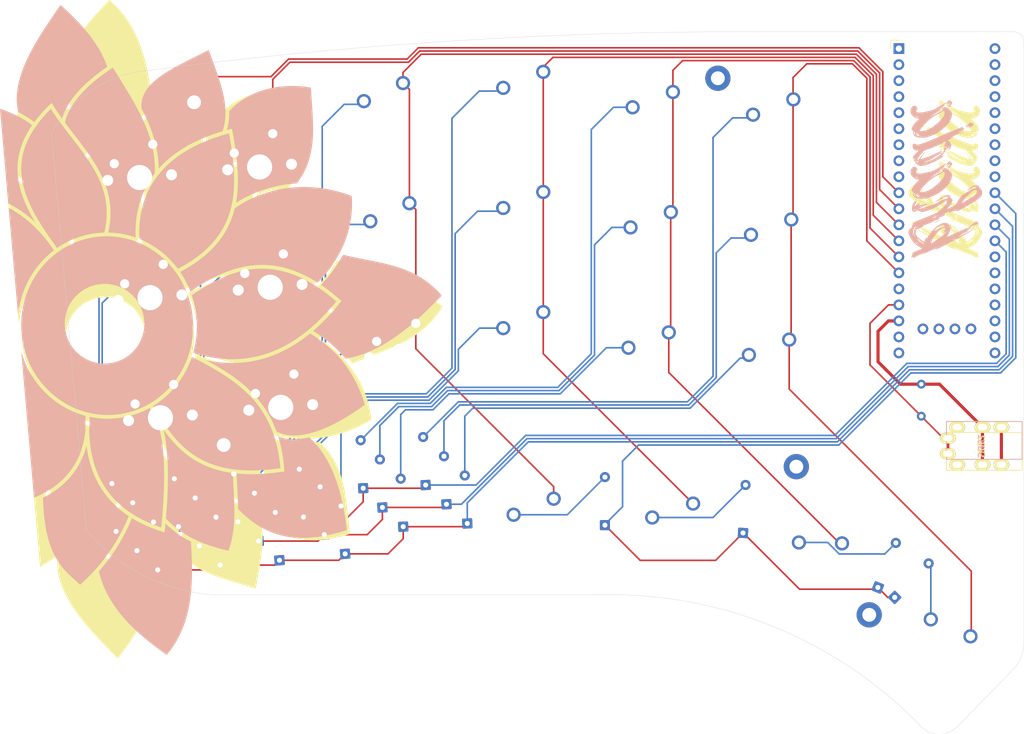
<source format=kicad_pcb>
(kicad_pcb (version 20211014) (generator pcbnew)
  (layers (0 "F.Cu" signal) (31 "B.Cu" signal) (34 "B.Paste" user) (35 "F.Paste" user) (36 "B.SilkS" user "B.Silkscreen") (37 "F.SilkS" user "F.Silkscreen") (38 "B.Mask" user) (39 "F.Mask" user) (44 "Edge.Cuts" user))
  (net 0 "")
  (net 1 "row0")
  (net 2 "Net-(D1-Pad2)")
  (net 3 "row1")
  (net 4 "Net-(D2-Pad2)")
  (net 5 "row2")
  (net 6 "Net-(D3-Pad2)")
  (net 7 "row3")
  (net 8 "Net-(D4-Pad2)")
  (net 9 "Net-(D5-Pad2)")
  (net 10 "Net-(D6-Pad2)")
  (net 11 "Net-(D7-Pad2)")
  (net 12 "Net-(D8-Pad2)")
  (net 13 "Net-(D9-Pad2)")
  (net 14 "Net-(D10-Pad2)")
  (net 15 "Net-(D11-Pad2)")
  (net 16 "Net-(D12-Pad2)")
  (net 17 "Net-(D13-Pad2)")
  (net 18 "Net-(D14-Pad2)")
  (net 19 "Net-(D15-Pad2)")
  (net 20 "Net-(D16-Pad2)")
  (net 21 "Net-(D17-Pad2)")
  (net 22 "Net-(D18-Pad2)")
  (net 23 "Net-(D19-Pad2)")
  (net 24 "Net-(D20-Pad2)")
  (net 25 "Net-(D21-Pad2)")
  (net 26 "Net-(D22-Pad2)")
  (net 27 "col0")
  (net 28 "col1")
  (net 29 "col2")
  (net 30 "col3")
  (net 31 "col4")
  (net 32 "col5")
  (net 33 "GND")
  (net 34 "unconnected-(J1-PadB)")
  (net 36 "DATA")
  (net 37 "+5V")
  (footprint "mx_only:MXOnly-1U-NoLED" (layer "F.Cu") (at 87.1474 108.585 5)
    (fp_text reference "SW6")
    (fp_text value "SW_Push")
  )
  (footprint "mx_only:MXOnly-1U-NoLED" (layer "F.Cu") (at 104.267712 62.357 3)
    (fp_text reference "SW7")
    (fp_text value "SW_Push")
  )
  (footprint "acheron_Components:D_THT_7.62mm_copy" (layer "F.Cu") (at 90.424 122.174 95)
    (fp_text reference "D11")
    (fp_text value "D_Small")
  )
  (footprint "acheron_Components:D_THT_7.62mm_copy" (layer "F.Cu") (at 70.612 123.698 95)
    (fp_text reference "D4")
    (fp_text value "D_Small")
  )
  (footprint "acheron_Components:D_THT_7.62mm_copy" (layer "F.Cu") (at 97.028 128.016 95)
    (fp_text reference "D13")
    (fp_text value "D_Small")
  )
  (footprint "acheron_Components:D_THT_7.62mm_copy" (layer "F.Cu") (at 77.216 129.794 95)
    (fp_text reference "D6")
    (fp_text value "D_Small")
  )
  (footprint "used_footprints:M2_HOLE_PCB" (layer "F.Cu") (at 78.105 114.554)
    (fp_text reference "H3" hide)
    (fp_text value "Hole")
  )
  (footprint "MX_Only:MXOnly-1U-NoLED" (layer "F.Cu") (at 64.77 72.136 5)
    (fp_text reference "SW1")
    (fp_text value "SW_Push")
  )
  (footprint "used_footprints:M2_HOLE_PCB" (layer "F.Cu") (at 180.467 141.478)
    (fp_text reference "H5" hide)
    (fp_text value "Hole")
  )
  (footprint "used_footprints:M2_HOLE_PCB" (layer "F.Cu") (at 156.464 56.388)
    (fp_text reference "H2" hide)
    (fp_text value "Hole")
  )
  (footprint "gerbers:lotusFinal" (layer "F.Cu") (at 76.454 94.869 5)
    (fp_text reference "G***")
    (fp_text value "LOGO" hide)
  )
  (footprint "acheron_Components:D_THT_7.62mm_copy" (layer "F.Cu") (at 80.01 122.936 95)
    (fp_text reference "D7")
    (fp_text value "D_Small")
  )
  (footprint "acheron_Components:D_THT_7.62mm_copy" (layer "F.Cu") (at 183.261 133.604 68)
    (fp_text reference "D18")
    (fp_text value "D_Small")
  )
  (footprint "MX_Only:MXOnly-1U-NoLED" (layer "F.Cu") (at 126.238 98.552)
    (fp_text reference "SW13")
    (fp_text value "SW_Push")
  )
  (footprint "acheron_Components:D_THT_7.62mm_copy" (layer "F.Cu") (at 109.9274 117.088779 93)
    (fp_text reference "D19")
    (fp_text value "D_Small")
  )
  (footprint "acheron_Components:D_THT_7.62mm_copy" (layer "F.Cu") (at 93.726 124.968 95)
    (fp_text reference "D12")
    (fp_text value "D_Small")
  )
  (footprint "MX_Only:MXOnly-1U-NoLED" (layer "F.Cu") (at 171.831 133.830923 -23)
    (fp_text reference "SW18")
    (fp_text value "SW_Push")
  )
  (footprint "gerbers:khada" (layer "F.Cu") (at 192.532 72.39 90)
    (fp_text reference "G***" hide)
    (fp_text value "LOGO" hide)
  )
  (footprint "acheron_Components:D_THT_7.62mm_copy" (layer "F.Cu") (at 116.5314 123.184779 93)
    (fp_text reference "D21")
    (fp_text value "D_Small")
  )
  (footprint "mx_only:MXOnly-1U-NoLED" (layer "F.Cu") (at 105.283712 81.407 3)
    (fp_text reference "SW8")
    (fp_text value "SW_Push")
  )
  (footprint "acheron_Components:D_THT_7.62mm_copy" (layer "F.Cu") (at 138.557 123.444 90)
    (fp_text reference "D10")
    (fp_text value "D_Small")
  )
  (footprint "MX_Only:MXOnly-1U-NoLED" (layer "F.Cu") (at 146.05 101.727 -1)
    (fp_text reference "SW17")
    (fp_text value "SW_Push")
  )
  (footprint "MX_Only:MXOnly-1U-NoLED" (layer "F.Cu") (at 85.471 89.535 5)
    (fp_text reference "SW5")
    (fp_text value "SW_Push")
  )
  (footprint "MX_Only:MXOnly-1U-NoLED" (layer "F.Cu") (at 149.733 128.778 -3)
    (fp_text reference "SW14")
    (fp_text value "SW_Push")
  )
  (footprint "MX_Only:MXOnly-1U-NoLED" (layer "F.Cu") (at 165.1508 102.87 -1)
    (fp_text reference "SW21")
    (fp_text value "SW_Push")
  )
  (footprint "acheron_Components:D_THT_7.62mm_copy" (layer "F.Cu") (at 64.008 127.508 95)
    (fp_text reference "D2")
    (fp_text value "D_Small")
  )
  (footprint "mx_only:MXOnly-1U-NoLED" (layer "F.Cu") (at 126.238 60.452)
    (fp_text reference "SW11")
    (fp_text value "SW_Push")
  )
  (footprint "Resistor_THT:R_Axial_DIN0204_L3.6mm_D1.6mm_P5.08mm_Horizontal" (layer "F.Cu") (at 188.722 109.982 90)
    (fp_text reference "R1" hide)
    (fp_text value "10k")
  )
  (footprint "MX_Only:MXOnly-1U-NoLED" (layer "F.Cu") (at 126.238 79.502)
    (fp_text reference "SW12")
    (fp_text value "SW_Push")
  )
  (footprint "MX_Only:MXOnly-1U-NoLED" (layer "F.Cu") (at 165.8112 64.77 -1)
    (fp_text reference "SW19")
    (fp_text value "SW_Push")
  )
  (footprint "acheron_Components:D_THT_7.62mm_copy" (layer "F.Cu") (at 83.312 125.984 95)
    (fp_text reference "D8")
    (fp_text value "D_Small")
  )
  (footprint "mx_only:MXOnly-1U-NoLED" (layer "F.Cu") (at 106.299712 100.457 3)
    (fp_text reference "SW9")
    (fp_text value "SW_Push")
  )
  (footprint "acheron_Components:D_THT_7.62mm_copy" (layer "F.Cu") (at 160.655 124.686923 87)
    (fp_text reference "D14")
    (fp_text value "D_Small")
  )
  (footprint "acheron_Components:D_THT_7.62mm_copy" (layer "F.Cu") (at 73.914 126.746 95)
    (fp_text reference "D5")
    (fp_text value "D_Small")
  )
  (footprint "acheron_Components:D_THT_7.62mm_copy" (layer "F.Cu") (at 60.706 124.46 95)
    (fp_text reference "D1")
    (fp_text value "D_Small")
  )
  (footprint "MX_Only:MXOnly-1U-NoLED" (layer "F.Cu") (at 66.421 91.186 5)
    (fp_text reference "SW2")
    (fp_text value "SW_Push")
  )
  (footprint "acheron_Components:D_THT_7.62mm_copy" (layer "F.Cu") (at 103.0694 120.644779 93)
    (fp_text reference "D16")
    (fp_text value "D_Small")
  )
  (footprint "used_footprints:M2_HOLE_PCB" (layer "F.Cu") (at 168.91 117.983)
    (fp_text reference "H4" hide)
    (fp_text value "Hole")
  )
  (footprint "acheron_Components:D_THT_7.62mm_copy" (layer "F.Cu") (at 67.31 130.556 95)
    (fp_text reference "D3")
    (fp_text value "D_Small")
  )
  (footprint "acheron_Components:D_THT_7.62mm_copy" (layer "F.Cu") (at 100.0214 117.596779 93)
    (fp_text reference "D15")
    (fp_text value "D_Small")
  )
  (footprint "blackpills:YAAJ_WeAct_BlackPill_SWD_2" (layer "F.Cu") (at 185.166 51.689)
    (fp_text reference "U1" hide)
    (fp_text value "YAAJ_WeAct_BlackPill_Part_Like_SWD_Breakout" hide)
  )
  (footprint "MX_Only:MXOnly-1U-NoLED" (layer "F.Cu") (at 127.889 128.143)
    (fp_text reference "SW10")
    (fp_text value "SW_Push")
  )
  (footprint "MX_Only:MXOnly-1U-NoLED" (layer "F.Cu") (at 191.135 146.685 -45)
    (fp_text reference "SW22")
    (fp_text value "SW_Push")
  )
  (footprint "MX_Only:MXOnly-1U-NoLED" (layer "F.Cu") (at 146.3802 82.6516 -1)
    (fp_text reference "SW16")
    (fp_text value "SW_Push")
  )
  (footprint "acheron_Components:D_THT_7.62mm_copy" (layer "F.Cu") (at 86.614 129.032 95)
    (fp_text reference "D9")
    (fp_text value "D_Small")
  )
  (footprint "used_footprints:M2_HOLE_PCB" (layer "F.Cu") (at 73.406 60.198)
    (fp_text reference "H1" hide)
    (fp_text value "Hole")
  )
  (footprint "MX_Only:MXOnly-1U-NoLED" (layer "F.Cu") (at 165.481 83.82 -1)
    (fp_text reference "SW20")
    (fp_text value "SW_Push")
  )
  (footprint "MX_Only:MXOnly-1U-NoLED" (layer "F.Cu") (at 146.7104 63.6016 -1)
    (fp_text reference "SW15")
    (fp_text value "SW_Push")
  )
  (footprint "acheron_Components:D_THT_7.62mm_copy" (layer "F.Cu") (at 187.198 136.017 45)
    (fp_text reference "D22")
    (fp_text value "D_Small")
  )
  (footprint "MX_Only:MXOnly-1U-NoLED" (layer "F.Cu") (at 83.7946 70.4596 5)
    (fp_text reference "SW4")
    (fp_text value "SW_Push")
  )
  (footprint "acheron_Components:D_THT_7.62mm_copy" (layer "F.Cu") (at 113.2294 120.136779 93)
    (fp_text reference "D20")
    (fp_text value "D_Small")
  )
  (footprint "MX_Only:MXOnly-1U-NoLED" (layer "F.Cu") (at 68.072 110.236 5)
    (fp_text reference "SW3")
    (fp_text value "SW_Push")
  )
  (footprint "kbd:MJ-4PP-9" (layer "F.Cu") (at 204.724 115.57 -90)
    (fp_text reference "J1")
    (fp_text value "MJ-4PP-9" hide)
  )
  (footprint "acheron_Components:D_THT_7.62mm_copy" (layer "F.Cu") (at 106.3714 123.692779 93)
    (fp_text reference "D17")
    (fp_text value "D_Small")
  )
  (footprint "gerbers:lotusFinal" (layer "B.Cu") (at 76.454 94.869 5)
    (fp_text reference "G***" hide)
    (fp_text value "LOGO" hide)
  )
  (footprint "gerbers:khada" (layer "B.Cu") (at 192.532 72.39 90)
    (fp_text reference "G***" hide)
    (fp_text value "LOGO" hide)
  )
  (gr_line (start 205 50.670148) (end 205 145.796) (layer "Edge.Cuts") (width 0.05))
  (gr_line (start 203.327 150.114) (end 194.306588 159.328408) (layer "Edge.Cuts") (width 0.05))
  (gr_arc (start 205 145.796) (mid 204.573635 148.113906) (end 203.327 150.114) (layer "Edge.Cuts") (width 0.05))
  (gr_line (start 137.668 138.303) (end 76.658211 138.303) (layer "Edge.Cuts") (width 0.05))
  (gr_arc (start 50.8 65.024) (mid 56.552913 58.655901) (end 64.482867 55.374967) (layer "Edge.Cuts") (width 0.05))
  (gr_arc (start 137.668 138.303) (mid 165.186051 143.302834) (end 188.413261 158.88289) (layer "Edge.Cuts") (width 0.05))
  (gr_line (start 56.338211 128.016) (end 50.8 65.024) (layer "Edge.Cuts") (width 0.05))
  (gr_arc (start 64.482867 55.374967) (mid 114.27152 50.483686) (end 164.2785 49.022) (layer "Edge.Cuts") (width 0.05))
  (gr_arc (start 76.658211 138.303) (mid 65.443605 135.242672) (end 56.338211 128.016) (layer "Edge.Cuts") (width 0.05))
  (gr_arc (start 194.306588 159.328408) (mid 191.262 160.401) (end 188.413261 158.88289) (layer "Edge.Cuts") (width 0.05))
  (gr_arc (start 203.327 49.022) (mid 204.508461 49.495912) (end 205 50.670148) (layer "Edge.Cuts") (width 0.05))
  (gr_line (start 164.2785 49.022) (end 203.327 49.022) (layer "Edge.Cuts") (width 0.05))
  (segment (start 90.756063 125.969502) (end 97.804498 125.969502) (width 0.254) (layer "F.Cu") (net 1))
  (segment (start 80.342063 126.731502) (end 89.994063 126.731502) (width 0.254) (layer "F.Cu") (net 1))
  (segment (start 79.580063 127.493502) (end 80.342063 126.731502) (width 0.254) (layer "F.Cu") (net 1))
  (segment (start 61.038063 128.255502) (end 70.182063 128.255502) (width 0.254) (layer "F.Cu") (net 1))
  (segment (start 100.2208 121.401558) (end 109.6188 121.401558) (width 0.254) (layer "F.Cu") (net 1))
  (segment (start 100.2208 123.5532) (end 100.2208 121.401558) (width 0.254) (layer "F.Cu") (net 1))
  (segment (start 89.994063 126.731502) (end 90.756063 125.969502) (width 0.254) (layer "F.Cu") (net 1))
  (segment (start 70.944063 127.493502) (end 79.580063 127.493502) (width 0.254) (layer "F.Cu") (net 1))
  (segment (start 97.804498 125.969502) (end 100.2208 123.5532) (width 0.254) (layer "F.Cu") (net 1))
  (segment (start 109.6188 121.401558) (end 110.1268 120.893558) (width 0.254) (layer "F.Cu") (net 1))
  (segment (start 70.182063 128.255502) (end 70.944063 127.493502) (width 0.254) (layer "F.Cu") (net 1))
  (segment (start 175.006 113.03) (end 186.436 101.6) (width 0.254) (layer "B.Cu") (net 1))
  (segment (start 186.436 101.6) (end 200.66 101.6) (width 0.254) (layer "B.Cu") (net 1))
  (segment (start 202.184 83.947) (end 200.406 82.169) (width 0.254) (layer "B.Cu") (net 1))
  (segment (start 125.984 113.03) (end 175.006 113.03) (width 0.254) (layer "B.Cu") (net 1))
  (segment (start 200.66 101.6) (end 202.184 100.076) (width 0.254) (layer "B.Cu") (net 1))
  (segment (start 118.120442 120.893558) (end 125.984 113.03) (width 0.254) (layer "B.Cu") (net 1))
  (segment (start 110.1268 120.893558) (end 118.120442 120.893558) (width 0.254) (layer "B.Cu") (net 1))
  (segment (start 202.184 100.076) (end 202.184 83.947) (width 0.254) (layer "B.Cu") (net 1))
  (segment (start 58.32681 71.882) (end 60.271081 69.937729) (width 0.254) (layer "B.Cu") (net 2))
  (segment (start 58.32681 71.882) (end 58.32681 118.617371) (width 0.254) (layer "B.Cu") (net 2))
  (segment (start 60.271081 69.937729) (end 60.753123 69.937729) (width 0.254) (layer "B.Cu") (net 2))
  (segment (start 58.32681 118.617371) (end 60.373937 120.664498) (width 0.254) (layer "B.Cu") (net 2))
  (segment (start 64.340063 131.303502) (end 73.484063 131.303502) (width 0.254) (layer "F.Cu") (net 3))
  (segment (start 103.2688 124.449558) (end 112.9208 124.449558) (width 0.254) (layer "F.Cu") (net 3))
  (segment (start 83.644063 129.779502) (end 93.042063 129.779502) (width 0.254) (layer "F.Cu") (net 3))
  (segment (start 94.058063 128.763502) (end 100.852498 128.763502) (width 0.254) (layer "F.Cu") (net 3))
  (segment (start 103.2688 126.3472) (end 103.2688 124.449558) (width 0.254) (layer "F.Cu") (net 3))
  (segment (start 74.246063 130.541502) (end 82.882063 130.541502) (width 0.254) (layer "F.Cu") (net 3))
  (segment (start 73.484063 131.303502) (end 74.246063 130.541502) (width 0.254) (layer "F.Cu") (net 3))
  (segment (start 100.852498 128.763502) (end 103.2688 126.3472) (width 0.254) (layer "F.Cu") (net 3))
  (segment (start 82.882063 130.541502) (end 83.644063 129.779502) (width 0.254) (layer "F.Cu") (net 3))
  (segment (start 112.9208 124.449558) (end 113.4288 123.941558) (width 0.254) (layer "F.Cu") (net 3))
  (segment (start 93.042063 129.779502) (end 94.058063 128.763502) (width 0.254) (layer "F.Cu") (net 3))
  (segment (start 186.646221 102.10752) (end 200.870221 102.10752) (width 0.254) (layer "B.Cu") (net 3))
  (segment (start 202.69152 81.91452) (end 200.406 79.629) (width 0.254) (layer "B.Cu") (net 3))
  (segment (start 200.870221 102.10752) (end 202.69152 100.286221) (width 0.254) (layer "B.Cu") (net 3))
  (segment (start 113.4288 123.941558) (end 115.790183 123.941558) (width 0.254) (layer "B.Cu") (net 3))
  (segment (start 115.790183 123.941558) (end 126.194222 113.53752) (width 0.254) (layer "B.Cu") (net 3))
  (segment (start 175.216221 113.53752) (end 186.646221 102.10752) (width 0.254) (layer "B.Cu") (net 3))
  (segment (start 202.69152 100.286221) (end 202.69152 81.91452) (width 0.254) (layer "B.Cu") (net 3))
  (segment (start 126.194222 113.53752) (end 175.216221 113.53752) (width 0.254) (layer "B.Cu") (net 3))
  (segment (start 58.83433 92.04167) (end 58.83433 115.316) (width 0.254) (layer "B.Cu") (net 4))
  (segment (start 58.83433 92.04167) (end 61.888271 88.987729) (width 0.254) (layer "B.Cu") (net 4))
  (segment (start 61.888271 88.987729) (end 62.404123 88.987729) (width 0.254) (layer "B.Cu") (net 4))
  (segment (start 63.675937 120.157607) (end 63.675937 123.712498) (width 0.254) (layer "B.Cu") (net 4))
  (segment (start 58.83433 115.316) (end 63.675937 120.157607) (width 0.254) (layer "B.Cu") (net 4))
  (segment (start 86.946063 132.827502) (end 96.344063 132.827502) (width 0.254) (layer "F.Cu") (net 5))
  (segment (start 97.360063 131.811502) (end 104.154498 131.811502) (width 0.254) (layer "F.Cu") (net 5))
  (segment (start 86.184063 133.589502) (end 86.946063 132.827502) (width 0.254) (layer "F.Cu") (net 5))
  (segment (start 96.344063 132.827502) (end 97.360063 131.811502) (width 0.254) (layer "F.Cu") (net 5))
  (segment (start 116.2228 127.497558) (end 116.7308 126.989558) (width 0.254) (layer "F.Cu") (net 5))
  (segment (start 77.548063 133.589502) (end 86.184063 133.589502) (width 0.254) (layer "F.Cu") (net 5))
  (segment (start 106.5708 129.3952) (end 106.5708 127.497558) (width 0.254) (layer "F.Cu") (net 5))
  (segment (start 106.5708 127.497558) (end 116.2228 127.497558) (width 0.254) (layer "F.Cu") (net 5))
  (segment (start 76.786063 134.351502) (end 77.548063 133.589502) (width 0.254) (layer "F.Cu") (net 5))
  (segment (start 67.642063 134.351502) (end 76.786063 134.351502) (width 0.254) (layer "F.Cu") (net 5))
  (segment (start 104.154498 131.811502) (end 106.5708 129.3952) (width 0.254) (layer "F.Cu") (net 5))
  (segment (start 203.19904 100.496442) (end 203.19904 79.88204) (width 0.254) (layer "B.Cu") (net 5))
  (segment (start 201.080442 102.61504) (end 203.19904 100.496442) (width 0.254) (layer "B.Cu") (net 5))
  (segment (start 203.19904 79.88204) (end 200.406 77.089) (width 0.254) (layer "B.Cu") (net 5))
  (segment (start 116.7308 126.989558) (end 116.7308 123.718683) (width 0.254) (layer "B.Cu") (net 5))
  (segment (start 175.426443 114.04504) (end 186.856442 102.61504) (width 0.254) (layer "B.Cu") (net 5))
  (segment (start 116.7308 123.718683) (end 126.404444 114.04504) (width 0.254) (layer "B.Cu") (net 5))
  (segment (start 186.856442 102.61504) (end 201.080442 102.61504) (width 0.254) (layer "B.Cu") (net 5))
  (segment (start 126.404444 114.04504) (end 175.426443 114.04504) (width 0.254) (layer "B.Cu") (net 5))
  (segment (start 66.977937 126.760498) (end 66.977937 122.741865) (width 0.254) (layer "B.Cu") (net 6))
  (segment (start 66.977937 122.741865) (end 59.34185 115.105778) (width 0.254) (layer "B.Cu") (net 6))
  (segment (start 61.126271 108.037729) (end 64.055123 108.037729) (width 0.254) (layer "B.Cu") (net 6))
  (segment (start 59.34185 109.82215) (end 61.126271 108.037729) (width 0.254) (layer "B.Cu") (net 6))
  (segment (start 59.34185 115.105778) (end 59.34185 109.82215) (width 0.254) (layer "B.Cu") (net 6))
  (segment (start 181.556319 137.414) (end 181.833749 137.13657) (width 0.254) (layer "F.Cu") (net 7))
  (segment (start 160.4556 128.491702) (end 160.495702 128.491702) (width 0.254) (layer "F.Cu") (net 7))
  (segment (start 138.557 127.254) (end 144.145 132.842) (width 0.254) (layer "F.Cu") (net 7))
  (segment (start 183.408256 138.711077) (end 184.503923 138.711077) (width 0.254) (layer "F.Cu") (net 7))
  (segment (start 160.495702 128.491702) (end 169.418 137.414) (width 0.254) (layer "F.Cu") (net 7))
  (segment (start 144.145 132.842) (end 156.105302 132.842) (width 0.254) (layer "F.Cu") (net 7))
  (segment (start 181.833749 137.13657) (end 183.408256 138.711077) (width 0.254) (layer "F.Cu") (net 7))
  (segment (start 156.105302 132.842) (end 160.4556 128.491702) (width 0.254) (layer "F.Cu") (net 7))
  (segment (start 169.418 137.414) (end 181.556319 137.414) (width 0.254) (layer "F.Cu") (net 7))
  (segment (start 201.290663 103.12256) (end 203.70656 100.706663) (width 0.254) (layer "B.Cu") (net 7))
  (segment (start 143.89244 114.55256) (end 175.636664 114.55256) (width 0.254) (layer "B.Cu") (net 7))
  (segment (start 138.557 127.127) (end 141.351 124.333) (width 0.254) (layer "B.Cu") (net 7))
  (segment (start 138.557 127.254) (end 138.557 127.127) (width 0.254) (layer "B.Cu") (net 7))
  (segment (start 141.351 124.333) (end 141.351 117.094) (width 0.254) (layer "B.Cu") (net 7))
  (segment (start 141.351 117.094) (end 143.89244 114.55256) (width 0.254) (layer "B.Cu") (net 7))
  (segment (start 203.70656 77.84956) (end 200.406 74.549) (width 0.254) (layer "B.Cu") (net 7))
  (segment (start 187.066664 103.12256) (end 201.290663 103.12256) (width 0.254) (layer "B.Cu") (net 7))
  (segment (start 175.636664 114.55256) (end 187.066664 103.12256) (width 0.254) (layer "B.Cu") (net 7))
  (segment (start 203.70656 100.706663) (end 203.70656 77.84956) (width 0.254) (layer "B.Cu") (net 7))
  (segment (start 74.422 118.0592) (end 72.578702 119.902498) (width 0.254) (layer "B.Cu") (net 8))
  (segment (start 77.026671 68.261329) (end 79.777723 68.261329) (width 0.254) (layer "B.Cu") (net 8))
  (segment (start 74.422 70.866) (end 77.026671 68.261329) (width 0.254) (layer "B.Cu") (net 8))
  (segment (start 72.578702 119.902498) (end 70.279937 119.902498) (width 0.254) (layer "B.Cu") (net 8))
  (segment (start 74.422 70.866) (end 74.422 118.0592) (width 0.254) (layer "B.Cu") (net 8))
  (segment (start 74.92952 90.42448) (end 74.92952 121.602915) (width 0.254) (layer "B.Cu") (net 9))
  (segment (start 78.017271 87.336729) (end 81.454123 87.336729) (width 0.254) (layer "B.Cu") (net 9))
  (segment (start 74.92952 90.42448) (end 78.017271 87.336729) (width 0.254) (layer "B.Cu") (net 9))
  (segment (start 74.92952 121.602915) (end 73.581937 122.950498) (width 0.254) (layer "B.Cu") (net 9))
  (segment (start 78.271271 106.386729) (end 83.105123 106.386729) (width 0.254) (layer "B.Cu") (net 10))
  (segment (start 75.43704 109.22096) (end 75.43704 124.551601) (width 0.254) (layer "B.Cu") (net 10))
  (segment (start 75.43704 109.22096) (end 78.271271 106.386729) (width 0.254) (layer "B.Cu") (net 10))
  (segment (start 75.43704 124.551601) (end 76.883937 125.998498) (width 0.254) (layer "B.Cu") (net 10))
  (segment (start 83.019516 119.126) (end 93.726 108.419516) (width 0.254) (layer "B.Cu") (net 11))
  (segment (start 93.726 64.008) (end 97.206119 60.527881) (width 0.254) (layer "B.Cu") (net 11))
  (segment (start 97.206119 60.527881) (end 100.710288 60.527881) (width 0.254) (layer "B.Cu") (net 11))
  (segment (start 79.692435 119.126) (end 83.019516 119.126) (width 0.254) (layer "B.Cu") (net 11))
  (segment (start 93.726 108.419516) (end 93.726 64.008) (width 0.254) (layer "B.Cu") (net 11))
  (segment (start 82.979937 119.883321) (end 82.979937 122.188498) (width 0.254) (layer "B.Cu") (net 12))
  (segment (start 97.714119 79.577881) (end 94.23352 83.05848) (width 0.254) (layer "B.Cu") (net 12))
  (segment (start 94.23352 83.05848) (end 94.23352 108.629738) (width 0.254) (layer "B.Cu") (net 12))
  (segment (start 94.23352 108.629738) (end 82.979937 119.883321) (width 0.254) (layer "B.Cu") (net 12))
  (segment (start 101.726288 79.577881) (end 97.714119 79.577881) (width 0.254) (layer "B.Cu") (net 12))
  (segment (start 98.222119 98.627881) (end 94.742 102.108) (width 0.254) (layer "B.Cu") (net 13))
  (segment (start 86.281937 117.299063) (end 86.281937 125.236498) (width 0.254) (layer "B.Cu") (net 13))
  (segment (start 94.742 102.108) (end 94.742 108.839) (width 0.254) (layer "B.Cu") (net 13))
  (segment (start 94.742 108.839) (end 86.281937 117.299063) (width 0.254) (layer "B.Cu") (net 13))
  (segment (start 102.742288 98.627881) (end 98.222119 98.627881) (width 0.254) (layer "B.Cu") (net 13))
  (segment (start 124.079 125.603) (end 132.588 125.603) (width 0.254) (layer "B.Cu") (net 14))
  (segment (start 132.588 125.603) (end 138.557 119.634) (width 0.254) (layer "B.Cu") (net 14))
  (segment (start 114.3 62.738) (end 114.3 102.362) (width 0.254) (layer "B.Cu") (net 15))
  (segment (start 118.618 58.42) (end 114.3 62.738) (width 0.254) (layer "B.Cu") (net 15))
  (segment (start 123.19 58.42) (end 118.618 58.42) (width 0.254) (layer "B.Cu") (net 15))
  (segment (start 100.584 106.426) (end 90.091937 116.918063) (width 0.254) (layer "B.Cu") (net 15))
  (segment (start 90.091937 116.918063) (end 90.091937 118.378498) (width 0.254) (layer "B.Cu") (net 15))
  (segment (start 114.3 102.362) (end 110.236 106.426) (width 0.254) (layer "B.Cu") (net 15))
  (segment (start 110.236 106.426) (end 100.584 106.426) (width 0.254) (layer "B.Cu") (net 15))
  (segment (start 110.445741 106.934) (end 100.793742 106.934) (width 0.254) (layer "B.Cu") (net 16))
  (segment (start 100.793742 106.934) (end 93.393937 114.333805) (width 0.254) (layer "B.Cu") (net 16))
  (segment (start 93.393937 114.333805) (end 93.393937 121.172498) (width 0.254) (layer "B.Cu") (net 16))
  (segment (start 114.80752 81.02648) (end 114.80752 102.572221) (width 0.254) (layer "B.Cu") (net 16))
  (segment (start 118.364 77.47) (end 114.80752 81.02648) (width 0.254) (layer "B.Cu") (net 16))
  (segment (start 123.19 77.47) (end 118.364 77.47) (width 0.254) (layer "B.Cu") (net 16))
  (segment (start 114.80752 102.572221) (end 110.445741 106.934) (width 0.254) (layer "B.Cu") (net 16))
  (segment (start 115.31504 102.782442) (end 110.655962 107.44152) (width 0.254) (layer "B.Cu") (net 17))
  (segment (start 115.31504 99.36576) (end 115.31504 102.782442) (width 0.254) (layer "B.Cu") (net 17))
  (segment (start 122.428 96.012) (end 118.6688 96.012) (width 0.254) (layer "B.Cu") (net 17))
  (segment (start 96.695937 111.749547) (end 96.695937 124.220498) (width 0.254) (layer "B.Cu") (net 17))
  (segment (start 118.6688 96.012) (end 115.31504 99.36576) (width 0.254) (layer "B.Cu") (net 17))
  (segment (start 101.003964 107.44152) (end 96.695937 111.749547) (width 0.254) (layer "B.Cu") (net 17))
  (segment (start 110.655962 107.44152) (end 101.003964 107.44152) (width 0.254) (layer "B.Cu") (net 17))
  (segment (start 155.694463 126.042081) (end 160.8544 120.882144) (width 0.254) (layer "B.Cu") (net 18))
  (segment (start 146.061155 126.042081) (end 155.694463 126.042081) (width 0.254) (layer "B.Cu") (net 18))
  (segment (start 110.866183 107.94904) (end 113.405224 105.41) (width 0.254) (layer "B.Cu") (net 19))
  (segment (start 113.405224 105.41) (end 131.064 105.41) (width 0.254) (layer "B.Cu") (net 19))
  (segment (start 139.918507 60.995493) (end 142.945309 60.995493) (width 0.254) (layer "B.Cu") (net 19))
  (segment (start 131.064 105.41) (end 136.398 100.076) (width 0.254) (layer "B.Cu") (net 19))
  (segment (start 105.66496 107.94904) (end 110.866183 107.94904) (width 0.254) (layer "B.Cu") (net 19))
  (segment (start 99.822 113.792) (end 105.66496 107.94904) (width 0.254) (layer "B.Cu") (net 19))
  (segment (start 136.398 64.516) (end 139.918507 60.995493) (width 0.254) (layer "B.Cu") (net 19))
  (segment (start 136.398 100.076) (end 136.398 64.516) (width 0.254) (layer "B.Cu") (net 19))
  (segment (start 113.615446 105.91752) (end 131.274221 105.91752) (width 0.254) (layer "B.Cu") (net 20))
  (segment (start 102.87 116.84) (end 102.87 111.461742) (width 0.254) (layer "B.Cu") (net 20))
  (segment (start 136.90552 82.80448) (end 139.664507 80.045493) (width 0.254) (layer "B.Cu") (net 20))
  (segment (start 105.875182 108.45656) (end 111.076404 108.45656) (width 0.254) (layer "B.Cu") (net 20))
  (segment (start 111.076404 108.45656) (end 113.615446 105.91752) (width 0.254) (layer "B.Cu") (net 20))
  (segment (start 136.90552 100.286221) (end 136.90552 82.80448) (width 0.254) (layer "B.Cu") (net 20))
  (segment (start 131.274221 105.91752) (end 136.90552 100.286221) (width 0.254) (layer "B.Cu") (net 20))
  (segment (start 102.87 111.461742) (end 105.875182 108.45656) (width 0.254) (layer "B.Cu") (net 20))
  (segment (start 139.664507 80.045493) (end 142.589709 80.045493) (width 0.254) (layer "B.Cu") (net 20))
  (segment (start 113.825668 106.42504) (end 131.484442 106.42504) (width 0.254) (layer "B.Cu") (net 21))
  (segment (start 138.788589 99.120893) (end 142.284909 99.120893) (width 0.254) (layer "B.Cu") (net 21))
  (segment (start 111.286625 108.96408) (end 113.825668 106.42504) (width 0.254) (layer "B.Cu") (net 21))
  (segment (start 131.484442 106.42504) (end 138.788589 99.120893) (width 0.254) (layer "B.Cu") (net 21))
  (segment (start 106.172 119.888) (end 106.172 109.72608) (width 0.254) (layer "B.Cu") (net 21))
  (segment (start 106.172 109.72608) (end 106.934 108.96408) (width 0.254) (layer "B.Cu") (net 21))
  (segment (start 106.934 108.96408) (end 111.286625 108.96408) (width 0.254) (layer "B.Cu") (net 21))
  (segment (start 169.316334 130.004155) (end 173.881821 130.004155) (width 0.254) (layer "B.Cu") (net 22))
  (segment (start 182.933681 131.826) (end 184.688251 130.07143) (width 0.254) (layer "B.Cu") (net 22))
  (segment (start 175.703666 131.826) (end 182.933681 131.826) (width 0.254) (layer "B.Cu") (net 22))
  (segment (start 173.881821 130.004155) (end 175.703666 131.826) (width 0.254) (layer "B.Cu") (net 22))
  (segment (start 155.702 65.786) (end 158.816107 62.671893) (width 0.254) (layer "B.Cu") (net 23))
  (segment (start 109.728 113.284) (end 115.316 107.696) (width 0.254) (layer "B.Cu") (net 23))
  (segment (start 115.316 107.696) (end 151.638 107.696) (width 0.254) (layer "B.Cu") (net 23))
  (segment (start 158.816107 62.671893) (end 161.995309 62.671893) (width 0.254) (layer "B.Cu") (net 23))
  (segment (start 151.638 107.696) (end 155.702 103.632) (width 0.254) (layer "B.Cu") (net 23))
  (segment (start 155.702 103.632) (end 155.702 65.786) (width 0.254) (layer "B.Cu") (net 23))
  (segment (start 156.20952 103.842221) (end 156.20952 84.074) (width 0.254) (layer "B.Cu") (net 24))
  (segment (start 158.561627 81.721893) (end 161.690509 81.721893) (width 0.254) (layer "B.Cu") (net 24))
  (segment (start 115.525742 108.204) (end 116.078 108.204) (width 0.254) (layer "B.Cu") (net 24))
  (segment (start 151.848221 108.20352) (end 156.20952 103.842221) (width 0.254) (layer "B.Cu") (net 24))
  (segment (start 116.078 108.204) (end 116.07848 108.20352) (width 0.254) (layer "B.Cu") (net 24))
  (segment (start 156.20952 84.074) (end 158.561627 81.721893) (width 0.254) (layer "B.Cu") (net 24))
  (segment (start 113.03 110.699742) (end 115.525742 108.204) (width 0.254) (layer "B.Cu") (net 24))
  (segment (start 113.03 116.332) (end 113.03 110.699742) (width 0.254) (layer "B.Cu") (net 24))
  (segment (start 116.07848 108.20352) (end 151.848221 108.20352) (width 0.254) (layer "B.Cu") (net 24))
  (segment (start 152.058442 108.71104) (end 159.997589 100.771893) (width 0.254) (layer "B.Cu") (net 25))
  (segment (start 116.332 119.38) (end 116.332 109.982) (width 0.254) (layer "B.Cu") (net 25))
  (segment (start 117.60296 108.71104) (end 152.058442 108.71104) (width 0.254) (layer "B.Cu") (net 25))
  (segment (start 116.332 109.982) (end 117.60296 108.71104) (width 0.254) (layer "B.Cu") (net 25))
  (segment (start 159.997589 100.771893) (end 161.385709 100.771893) (width 0.254) (layer "B.Cu") (net 25))
  (segment (start 190.236974 133.66782) (end 189.892077 133.322923) (width 0.254) (layer "B.Cu") (net 26))
  (segment (start 190.363974 133.79482) (end 189.765077 133.195923) (width 0.254) (layer "B.Cu") (net 26))
  (segment (start 190.236974 142.194872) (end 190.236974 133.66782) (width 0.254) (layer "B.Cu") (net 26))
  (segment (start 182.626 72.009) (end 185.166 74.549) (width 0.254) (layer "F.Cu") (net 27))
  (segment (start 180.527853 53.238743) (end 182.626 55.336894) (width 0.254) (layer "F.Cu") (net 27))
  (segment (start 85.598 56.134) (end 88.392 53.34) (width 0.254) (layer "F.Cu") (net 27))
  (segment (start 88.392 53.34) (end 107.188 53.34) (width 0.254) (layer "F.Cu") (net 27))
  (segment (start 70.159583 104.953955) (end 70.159583 87.554955) (width 0.254) (layer "F.Cu") (net 27))
  (segment (start 107.188 53.34) (end 108.966001 51.562) (width 0.254) (layer "F.Cu") (net 27))
  (segment (start 66.857583 60.142417) (end 70.866 56.134) (width 0.254) (layer "F.Cu") (net 27))
  (segment (start 68.508583 85.903955) (end 68.508583 68.504955) (width 0.254) (layer "F.Cu") (net 27))
  (segment (start 66.857583 66.853955) (end 66.857583 60.142417) (width 0.254) (layer "F.Cu") (net 27))
  (segment (start 70.866 56.134) (end 85.598 56.134) (width 0.254) (layer "F.Cu") (net 27))
  (segment (start 178.851108 51.562) (end 180.527853 53.238743) (width 0.254) (layer "F.Cu") (net 27))
  (segment (start 70.159583 87.554955) (end 68.508583 85.903955) (width 0.254) (layer "F.Cu") (net 27))
  (segment (start 182.626 55.336894) (end 182.626 72.009) (width 0.254) (layer "F.Cu") (net 27))
  (segment (start 108.966001 51.562) (end 178.851108 51.562) (width 0.254) (layer "F.Cu") (net 27))
  (segment (start 68.508583 68.504955) (end 66.857583 66.853955) (width 0.254) (layer "F.Cu") (net 27))
  (segment (start 180.020333 53.448965) (end 182.11848 55.547115) (width 0.254) (layer "F.Cu") (net 28))
  (segment (start 89.209583 103.302955) (end 89.209583 85.903955) (width 0.254) (layer "F.Cu") (net 28))
  (segment (start 87.558583 66.853955) (end 85.882183 65.177555) (width 0.254) (layer "F.Cu") (net 28))
  (segment (start 88.602222 53.84752) (end 107.398222 53.84752) (width 0.254) (layer "F.Cu") (net 28))
  (segment (start 178.640886 52.06952) (end 180.020333 53.448965) (width 0.254) (layer "F.Cu") (net 28))
  (segment (start 182.11848 74.04148) (end 185.166 77.089) (width 0.254) (layer "F.Cu") (net 28))
  (segment (start 89.209583 85.903955) (end 87.558583 84.252955) (width 0.254) (layer "F.Cu") (net 28))
  (segment (start 85.882183 65.177555) (end 85.882183 56.567559) (width 0.254) (layer "F.Cu") (net 28))
  (segment (start 109.176222 52.06952) (end 178.640886 52.06952) (width 0.254) (layer "F.Cu") (net 28))
  (segment (start 85.882183 56.567559) (end 88.602222 53.84752) (width 0.254) (layer "F.Cu") (net 28))
  (segment (start 182.11848 55.547115) (end 182.11848 74.04148) (width 0.254) (layer "F.Cu") (net 28))
  (segment (start 107.398222 53.84752) (end 109.176222 52.06952) (width 0.254) (layer "F.Cu") (net 28))
  (segment (start 87.558583 84.252955) (end 87.558583 66.853955) (width 0.254) (layer "F.Cu") (net 28))
  (segment (start 108.570364 95.251029) (end 108.570364 77.217029) (width 0.254) (layer "F.Cu") (net 29))
  (segment (start 178.430664 52.57704) (end 179.512813 53.659187) (width 0.254) (layer "F.Cu") (net 29))
  (segment (start 108.570364 99.292035) (end 108.570364 95.251029) (width 0.254) (layer "F.Cu") (net 29))
  (segment (start 108.570364 77.217029) (end 107.554364 76.201029) (width 0.254) (layer "F.Cu") (net 29))
  (segment (start 181.61096 55.757337) (end 181.61096 76.07396) (width 0.254) (layer "F.Cu") (net 29))
  (segment (start 109.430702 52.57704) (end 178.430664 52.57704) (width 0.254) (layer "F.Cu") (net 29))
  (segment (start 106.538364 55.469378) (end 109.430702 52.57704) (width 0.254) (layer "F.Cu") (net 29))
  (segment (start 107.554364 76.201029) (end 107.554364 58.167029) (width 0.254) (layer "F.Cu") (net 29))
  (segment (start 106.538364 57.151029) (end 106.538364 55.469378) (width 0.254) (layer "F.Cu") (net 29))
  (segment (start 107.554364 58.167029) (end 106.538364 57.151029) (width 0.254) (layer "F.Cu") (net 29))
  (segment (start 179.512813 53.659187) (end 181.61096 55.757337) (width 0.254) (layer "F.Cu") (net 29))
  (segment (start 181.61096 76.07396) (end 185.166 79.629) (width 0.254) (layer "F.Cu") (net 29))
  (segment (start 130.429 121.150671) (end 108.570364 99.292035) (width 0.254) (layer "F.Cu") (net 29))
  (segment (start 130.429 123.063) (end 130.429 121.150671) (width 0.254) (layer "F.Cu") (net 29))
  (segment (start 128.778 93.472) (end 128.778 74.422) (width 0.254) (layer "F.Cu") (net 30))
  (segment (start 128.778 54.61) (end 130.30344 53.08456) (width 0.254) (layer "F.Cu") (net 30))
  (segment (start 178.220442 53.08456) (end 179.491256 54.355372) (width 0.254) (layer "F.Cu") (net 30))
  (segment (start 179.491256 54.355372) (end 181.10344 55.967558) (width 0.254) (layer "F.Cu") (net 30))
  (segment (start 128.778 55.372) (end 128.778 54.61) (width 0.254) (layer "F.Cu") (net 30))
  (segment (start 152.535386 123.837895) (end 128.778 100.080509) (width 0.254) (layer "F.Cu") (net 30))
  (segment (start 181.10344 78.10644) (end 185.166 82.169) (width 0.254) (layer "F.Cu") (net 30))
  (segment (start 130.30344 53.08456) (end 178.220442 53.08456) (width 0.254) (layer "F.Cu") (net 30))
  (segment (start 181.10344 55.967558) (end 181.10344 78.10644) (width 0.254) (layer "F.Cu") (net 30))
  (segment (start 128.778 100.080509) (end 128.778 93.472) (width 0.254) (layer "F.Cu") (net 30))
  (segment (start 128.778 74.422) (end 128.778 55.372) (width 0.254) (layer "F.Cu") (net 30))
  (segment (start 148.983071 96.387303) (end 148.983071 77.616703) (width 0.254) (layer "F.Cu") (net 31))
  (segment (start 148.678271 96.692103) (end 148.983071 96.387303) (width 0.254) (layer "F.Cu") (net 31))
  (segment (start 149.338671 77.261103) (end 149.338671 58.566703) (width 0.254) (layer "F.Cu") (net 31))
  (segment (start 149.338671 58.566703) (end 149.338671 55.131329) (width 0.254) (layer "F.Cu") (net 31))
  (segment (start 148.678271 103.042553) (end 148.678271 96.692103) (width 0.254) (layer "F.Cu") (net 31))
  (segment (start 149.338671 55.131329) (end 150.87792 53.59208) (width 0.254) (layer "F.Cu") (net 31))
  (segment (start 178.010221 53.59208) (end 179.049071 54.630929) (width 0.254) (layer "F.Cu") (net 31))
  (segment (start 179.049071 54.630929) (end 180.59592 56.177779) (width 0.254) (layer "F.Cu") (net 31))
  (segment (start 150.87792 53.59208) (end 178.010221 53.59208) (width 0.254) (layer "F.Cu") (net 31))
  (segment (start 180.59592 56.177779) (end 180.59592 80.13892) (width 0.254) (layer "F.Cu") (net 31))
  (segment (start 180.59592 80.13892) (end 185.166 84.709) (width 0.254) (layer "F.Cu") (net 31))
  (segment (start 176.153996 130.147215) (end 175.782933 130.147215) (width 0.254) (layer "F.Cu") (net 31))
  (segment (start 175.782933 130.147215) (end 148.678271 103.042553) (width 0.254) (layer "F.Cu") (net 31))
  (segment (start 148.983071 77.616703) (end 149.338671 77.261103) (width 0.254) (layer "F.Cu") (net 31))
  (segment (start 168.388671 78.988303) (end 168.388671 60.243103) (width 0.254) (layer "F.Cu") (net 32))
  (segment (start 170.5634 54.0996) (end 177.8 54.0996) (width 0.254) (layer "F.Cu") (net 32))
  (segment (start 177.8 54.0996) (end 180.0884 56.388) (width 0.254) (layer "F.Cu") (net 32))
  (segment (start 168.388671 60.243103) (end 168.388671 56.274329) (width 0.254) (layer "F.Cu") (net 32))
  (segment (start 196.650154 134.547154) (end 167.779071 105.676071) (width 0.254) (layer "F.Cu") (net 32))
  (segment (start 167.779071 98.343103) (end 168.083871 98.038303) (width 0.254) (layer "F.Cu") (net 32))
  (segment (start 180.0884 82.1714) (end 185.166 87.249) (width 0.254) (layer "F.Cu") (net 32))
  (segment (start 168.083871 79.293103) (end 168.388671 78.988303) (width 0.254) (layer "F.Cu") (net 32))
  (segment (start 167.779071 105.676071) (end 167.779071 98.343103) (width 0.254) (layer "F.Cu") (net 32))
  (segment (start 196.650154 144.988872) (end 196.650154 134.547154) (width 0.254) (layer "F.Cu") (net 32))
  (segment (start 168.083871 98.038303) (end 168.083871 79.293103) (width 0.254) (layer "F.Cu") (net 32))
  (segment (start 180.0884 56.388) (end 180.0884 82.1714) (width 0.254) (layer "F.Cu") (net 32))
  (segment (start 168.388671 56.274329) (end 170.5634 54.0996) (width 0.254) (layer "F.Cu") (net 32))
  (segment (start 201.424 117.67) (end 201.424 111.72) (width 0.5) (layer "F.Cu") (net 34))
  (segment (start 180.594 101.854) (end 180.594 95.25) (width 0.254) (layer "F.Cu") (net 36))
  (segment (start 192.21 113.47) (end 188.722 109.982) (width 0.254) (layer "F.Cu") (net 36))
  (segment (start 192.924 113.47) (end 192.21 113.47) (width 0.254) (layer "F.Cu") (net 36))
  (segment (start 180.594 95.25) (end 183.515 92.329) (width 0.254) (layer "F.Cu") (net 36))
  (segment (start 183.515 92.329) (end 185.166 92.329) (width 0.254) (layer "F.Cu") (net 36))
  (segment (start 188.722 109.982) (end 180.594 101.854) (width 0.254) (layer "F.Cu") (net 36))
  (segment (start 192.924 115.92) (end 192.924 113.47) (width 0.5) (layer "F.Cu") (net 36))
  (segment (start 181.864 101.346) (end 185.42 104.902) (width 0.5) (layer "F.Cu") (net 37))
  (segment (start 185.166 94.869) (end 183.515 94.869) (width 0.5) (layer "F.Cu") (net 37))
  (segment (start 191.606 104.902) (end 188.722 104.902) (width 0.5) (layer "F.Cu") (net 37))
  (segment (start 183.515 94.869) (end 181.864 96.52) (width 0.5) (layer "F.Cu") (net 37))
  (segment (start 198.424 117.67) (end 198.424 111.72) (width 0.5) (layer "F.Cu") (net 37))
  (segment (start 198.424 111.72) (end 191.606 104.902) (width 0.5) (layer "F.Cu") (net 37))
  (segment (start 181.864 96.52) (end 181.864 101.346) (width 0.5) (layer "F.Cu") (net 37))
  (segment (start 185.42 104.902) (end 188.722 104.902) (width 0.5) (layer "F.Cu") (net 37))
)
</source>
